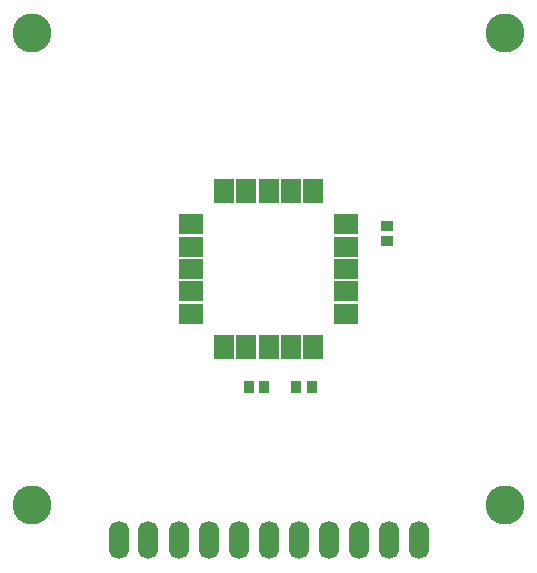
<source format=gts>
G04 Layer_Color=20142*
%FSLAX25Y25*%
%MOIN*%
G70*
G01*
G75*
%ADD18R,0.03556X0.04343*%
%ADD19R,0.07887X0.06706*%
%ADD20R,0.06706X0.07887*%
%ADD21R,0.04343X0.03556*%
%ADD22O,0.06706X0.12611*%
%ADD23C,0.13005*%
D18*
X97047Y59055D02*
D03*
X91929D02*
D03*
X107677D02*
D03*
X112795D02*
D03*
D19*
X124409Y83465D02*
D03*
Y90945D02*
D03*
Y98425D02*
D03*
Y105905D02*
D03*
Y113386D02*
D03*
X72441D02*
D03*
Y105905D02*
D03*
Y98425D02*
D03*
Y90945D02*
D03*
Y83465D02*
D03*
D20*
X113386Y124409D02*
D03*
X105905D02*
D03*
X98425D02*
D03*
X90945D02*
D03*
X83465D02*
D03*
Y72441D02*
D03*
X90945D02*
D03*
X98425D02*
D03*
X105905D02*
D03*
X113386D02*
D03*
D21*
X137795Y107677D02*
D03*
Y112795D02*
D03*
D22*
X148504Y8110D02*
D03*
X138504D02*
D03*
X108504D02*
D03*
X118504D02*
D03*
X98504D02*
D03*
X88504D02*
D03*
X78504D02*
D03*
X58346Y7953D02*
D03*
X68504Y8110D02*
D03*
X48504D02*
D03*
X128504D02*
D03*
D23*
X19685Y19685D02*
D03*
X177165D02*
D03*
Y177165D02*
D03*
X19685D02*
D03*
M02*

</source>
